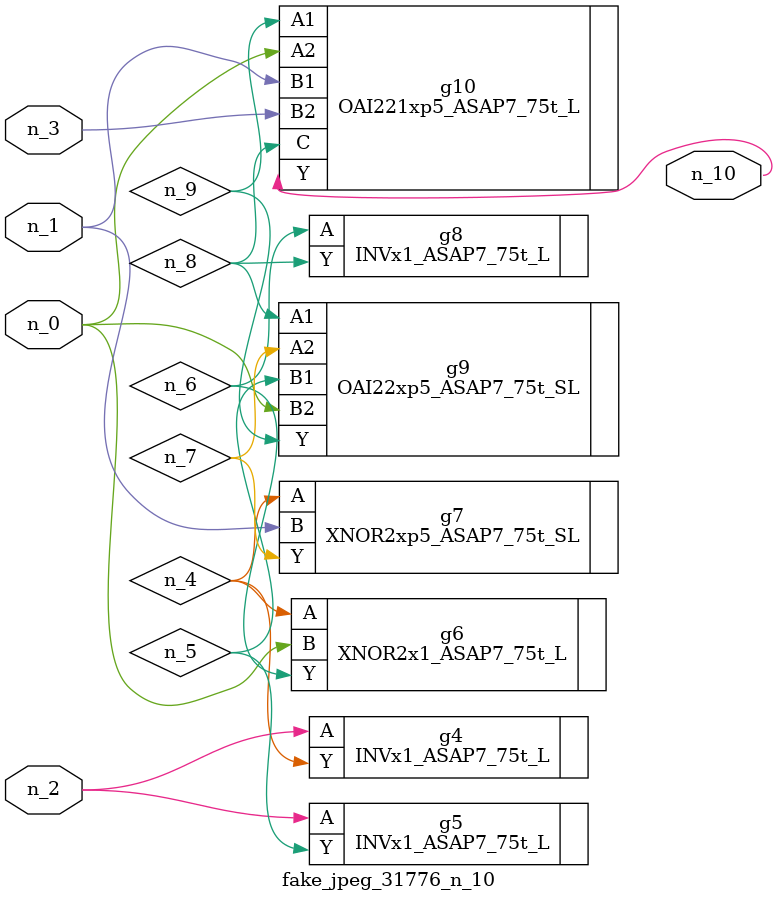
<source format=v>
module fake_jpeg_31776_n_10 (n_0, n_3, n_2, n_1, n_10);

input n_0;
input n_3;
input n_2;
input n_1;

output n_10;

wire n_4;
wire n_8;
wire n_9;
wire n_6;
wire n_5;
wire n_7;

INVx1_ASAP7_75t_L g4 ( 
.A(n_2),
.Y(n_4)
);

INVx1_ASAP7_75t_L g5 ( 
.A(n_2),
.Y(n_5)
);

XNOR2x1_ASAP7_75t_L g6 ( 
.A(n_4),
.B(n_0),
.Y(n_6)
);

INVx1_ASAP7_75t_L g8 ( 
.A(n_6),
.Y(n_8)
);

XNOR2xp5_ASAP7_75t_SL g7 ( 
.A(n_4),
.B(n_1),
.Y(n_7)
);

OAI22xp5_ASAP7_75t_SL g9 ( 
.A1(n_8),
.A2(n_7),
.B1(n_5),
.B2(n_0),
.Y(n_9)
);

OAI221xp5_ASAP7_75t_L g10 ( 
.A1(n_9),
.A2(n_0),
.B1(n_1),
.B2(n_3),
.C(n_8),
.Y(n_10)
);


endmodule
</source>
